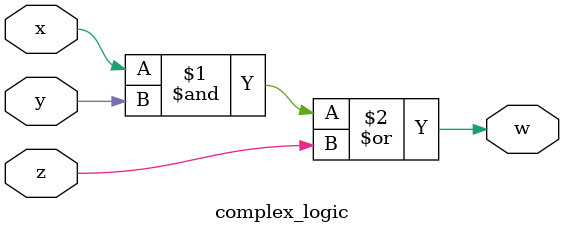
<source format=v>
module complex_logic (input x, y, z, output w); assign w = (x & y) | z; endmodule

</source>
